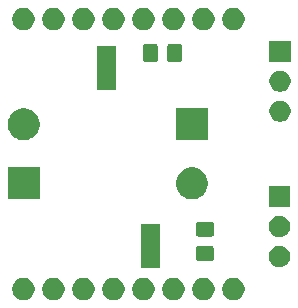
<source format=gbr>
G04 #@! TF.GenerationSoftware,KiCad,Pcbnew,(5.1.5)-3*
G04 #@! TF.CreationDate,2020-06-15T13:00:21-04:00*
G04 #@! TF.ProjectId,Wemo_Shield,57656d6f-5f53-4686-9965-6c642e6b6963,v1*
G04 #@! TF.SameCoordinates,Original*
G04 #@! TF.FileFunction,Soldermask,Bot*
G04 #@! TF.FilePolarity,Negative*
%FSLAX46Y46*%
G04 Gerber Fmt 4.6, Leading zero omitted, Abs format (unit mm)*
G04 Created by KiCad (PCBNEW (5.1.5)-3) date 2020-06-15 13:00:21*
%MOMM*%
%LPD*%
G04 APERTURE LIST*
%ADD10C,0.100000*%
G04 APERTURE END LIST*
D10*
G36*
X145997395Y-110307570D02*
G01*
X146170466Y-110379258D01*
X146170467Y-110379259D01*
X146326227Y-110483334D01*
X146458690Y-110615797D01*
X146458691Y-110615799D01*
X146562766Y-110771558D01*
X146634454Y-110944629D01*
X146671000Y-111128357D01*
X146671000Y-111315691D01*
X146634454Y-111499419D01*
X146562766Y-111672490D01*
X146562765Y-111672491D01*
X146458690Y-111828251D01*
X146326227Y-111960714D01*
X146247818Y-112013105D01*
X146170466Y-112064790D01*
X145997395Y-112136478D01*
X145813667Y-112173024D01*
X145626333Y-112173024D01*
X145442605Y-112136478D01*
X145269534Y-112064790D01*
X145192182Y-112013105D01*
X145113773Y-111960714D01*
X144981310Y-111828251D01*
X144877235Y-111672491D01*
X144877234Y-111672490D01*
X144805546Y-111499419D01*
X144769000Y-111315691D01*
X144769000Y-111128357D01*
X144805546Y-110944629D01*
X144877234Y-110771558D01*
X144981309Y-110615799D01*
X144981310Y-110615797D01*
X145113773Y-110483334D01*
X145269533Y-110379259D01*
X145269534Y-110379258D01*
X145442605Y-110307570D01*
X145626333Y-110271024D01*
X145813667Y-110271024D01*
X145997395Y-110307570D01*
G37*
G36*
X148537395Y-110307570D02*
G01*
X148710466Y-110379258D01*
X148710467Y-110379259D01*
X148866227Y-110483334D01*
X148998690Y-110615797D01*
X148998691Y-110615799D01*
X149102766Y-110771558D01*
X149174454Y-110944629D01*
X149211000Y-111128357D01*
X149211000Y-111315691D01*
X149174454Y-111499419D01*
X149102766Y-111672490D01*
X149102765Y-111672491D01*
X148998690Y-111828251D01*
X148866227Y-111960714D01*
X148787818Y-112013105D01*
X148710466Y-112064790D01*
X148537395Y-112136478D01*
X148353667Y-112173024D01*
X148166333Y-112173024D01*
X147982605Y-112136478D01*
X147809534Y-112064790D01*
X147732182Y-112013105D01*
X147653773Y-111960714D01*
X147521310Y-111828251D01*
X147417235Y-111672491D01*
X147417234Y-111672490D01*
X147345546Y-111499419D01*
X147309000Y-111315691D01*
X147309000Y-111128357D01*
X147345546Y-110944629D01*
X147417234Y-110771558D01*
X147521309Y-110615799D01*
X147521310Y-110615797D01*
X147653773Y-110483334D01*
X147809533Y-110379259D01*
X147809534Y-110379258D01*
X147982605Y-110307570D01*
X148166333Y-110271024D01*
X148353667Y-110271024D01*
X148537395Y-110307570D01*
G37*
G36*
X151077395Y-110307570D02*
G01*
X151250466Y-110379258D01*
X151250467Y-110379259D01*
X151406227Y-110483334D01*
X151538690Y-110615797D01*
X151538691Y-110615799D01*
X151642766Y-110771558D01*
X151714454Y-110944629D01*
X151751000Y-111128357D01*
X151751000Y-111315691D01*
X151714454Y-111499419D01*
X151642766Y-111672490D01*
X151642765Y-111672491D01*
X151538690Y-111828251D01*
X151406227Y-111960714D01*
X151327818Y-112013105D01*
X151250466Y-112064790D01*
X151077395Y-112136478D01*
X150893667Y-112173024D01*
X150706333Y-112173024D01*
X150522605Y-112136478D01*
X150349534Y-112064790D01*
X150272182Y-112013105D01*
X150193773Y-111960714D01*
X150061310Y-111828251D01*
X149957235Y-111672491D01*
X149957234Y-111672490D01*
X149885546Y-111499419D01*
X149849000Y-111315691D01*
X149849000Y-111128357D01*
X149885546Y-110944629D01*
X149957234Y-110771558D01*
X150061309Y-110615799D01*
X150061310Y-110615797D01*
X150193773Y-110483334D01*
X150349533Y-110379259D01*
X150349534Y-110379258D01*
X150522605Y-110307570D01*
X150706333Y-110271024D01*
X150893667Y-110271024D01*
X151077395Y-110307570D01*
G37*
G36*
X133297395Y-110307570D02*
G01*
X133470466Y-110379258D01*
X133470467Y-110379259D01*
X133626227Y-110483334D01*
X133758690Y-110615797D01*
X133758691Y-110615799D01*
X133862766Y-110771558D01*
X133934454Y-110944629D01*
X133971000Y-111128357D01*
X133971000Y-111315691D01*
X133934454Y-111499419D01*
X133862766Y-111672490D01*
X133862765Y-111672491D01*
X133758690Y-111828251D01*
X133626227Y-111960714D01*
X133547818Y-112013105D01*
X133470466Y-112064790D01*
X133297395Y-112136478D01*
X133113667Y-112173024D01*
X132926333Y-112173024D01*
X132742605Y-112136478D01*
X132569534Y-112064790D01*
X132492182Y-112013105D01*
X132413773Y-111960714D01*
X132281310Y-111828251D01*
X132177235Y-111672491D01*
X132177234Y-111672490D01*
X132105546Y-111499419D01*
X132069000Y-111315691D01*
X132069000Y-111128357D01*
X132105546Y-110944629D01*
X132177234Y-110771558D01*
X132281309Y-110615799D01*
X132281310Y-110615797D01*
X132413773Y-110483334D01*
X132569533Y-110379259D01*
X132569534Y-110379258D01*
X132742605Y-110307570D01*
X132926333Y-110271024D01*
X133113667Y-110271024D01*
X133297395Y-110307570D01*
G37*
G36*
X135837395Y-110307570D02*
G01*
X136010466Y-110379258D01*
X136010467Y-110379259D01*
X136166227Y-110483334D01*
X136298690Y-110615797D01*
X136298691Y-110615799D01*
X136402766Y-110771558D01*
X136474454Y-110944629D01*
X136511000Y-111128357D01*
X136511000Y-111315691D01*
X136474454Y-111499419D01*
X136402766Y-111672490D01*
X136402765Y-111672491D01*
X136298690Y-111828251D01*
X136166227Y-111960714D01*
X136087818Y-112013105D01*
X136010466Y-112064790D01*
X135837395Y-112136478D01*
X135653667Y-112173024D01*
X135466333Y-112173024D01*
X135282605Y-112136478D01*
X135109534Y-112064790D01*
X135032182Y-112013105D01*
X134953773Y-111960714D01*
X134821310Y-111828251D01*
X134717235Y-111672491D01*
X134717234Y-111672490D01*
X134645546Y-111499419D01*
X134609000Y-111315691D01*
X134609000Y-111128357D01*
X134645546Y-110944629D01*
X134717234Y-110771558D01*
X134821309Y-110615799D01*
X134821310Y-110615797D01*
X134953773Y-110483334D01*
X135109533Y-110379259D01*
X135109534Y-110379258D01*
X135282605Y-110307570D01*
X135466333Y-110271024D01*
X135653667Y-110271024D01*
X135837395Y-110307570D01*
G37*
G36*
X138377395Y-110307570D02*
G01*
X138550466Y-110379258D01*
X138550467Y-110379259D01*
X138706227Y-110483334D01*
X138838690Y-110615797D01*
X138838691Y-110615799D01*
X138942766Y-110771558D01*
X139014454Y-110944629D01*
X139051000Y-111128357D01*
X139051000Y-111315691D01*
X139014454Y-111499419D01*
X138942766Y-111672490D01*
X138942765Y-111672491D01*
X138838690Y-111828251D01*
X138706227Y-111960714D01*
X138627818Y-112013105D01*
X138550466Y-112064790D01*
X138377395Y-112136478D01*
X138193667Y-112173024D01*
X138006333Y-112173024D01*
X137822605Y-112136478D01*
X137649534Y-112064790D01*
X137572182Y-112013105D01*
X137493773Y-111960714D01*
X137361310Y-111828251D01*
X137257235Y-111672491D01*
X137257234Y-111672490D01*
X137185546Y-111499419D01*
X137149000Y-111315691D01*
X137149000Y-111128357D01*
X137185546Y-110944629D01*
X137257234Y-110771558D01*
X137361309Y-110615799D01*
X137361310Y-110615797D01*
X137493773Y-110483334D01*
X137649533Y-110379259D01*
X137649534Y-110379258D01*
X137822605Y-110307570D01*
X138006333Y-110271024D01*
X138193667Y-110271024D01*
X138377395Y-110307570D01*
G37*
G36*
X140917395Y-110307570D02*
G01*
X141090466Y-110379258D01*
X141090467Y-110379259D01*
X141246227Y-110483334D01*
X141378690Y-110615797D01*
X141378691Y-110615799D01*
X141482766Y-110771558D01*
X141554454Y-110944629D01*
X141591000Y-111128357D01*
X141591000Y-111315691D01*
X141554454Y-111499419D01*
X141482766Y-111672490D01*
X141482765Y-111672491D01*
X141378690Y-111828251D01*
X141246227Y-111960714D01*
X141167818Y-112013105D01*
X141090466Y-112064790D01*
X140917395Y-112136478D01*
X140733667Y-112173024D01*
X140546333Y-112173024D01*
X140362605Y-112136478D01*
X140189534Y-112064790D01*
X140112182Y-112013105D01*
X140033773Y-111960714D01*
X139901310Y-111828251D01*
X139797235Y-111672491D01*
X139797234Y-111672490D01*
X139725546Y-111499419D01*
X139689000Y-111315691D01*
X139689000Y-111128357D01*
X139725546Y-110944629D01*
X139797234Y-110771558D01*
X139901309Y-110615799D01*
X139901310Y-110615797D01*
X140033773Y-110483334D01*
X140189533Y-110379259D01*
X140189534Y-110379258D01*
X140362605Y-110307570D01*
X140546333Y-110271024D01*
X140733667Y-110271024D01*
X140917395Y-110307570D01*
G37*
G36*
X143457395Y-110307570D02*
G01*
X143630466Y-110379258D01*
X143630467Y-110379259D01*
X143786227Y-110483334D01*
X143918690Y-110615797D01*
X143918691Y-110615799D01*
X144022766Y-110771558D01*
X144094454Y-110944629D01*
X144131000Y-111128357D01*
X144131000Y-111315691D01*
X144094454Y-111499419D01*
X144022766Y-111672490D01*
X144022765Y-111672491D01*
X143918690Y-111828251D01*
X143786227Y-111960714D01*
X143707818Y-112013105D01*
X143630466Y-112064790D01*
X143457395Y-112136478D01*
X143273667Y-112173024D01*
X143086333Y-112173024D01*
X142902605Y-112136478D01*
X142729534Y-112064790D01*
X142652182Y-112013105D01*
X142573773Y-111960714D01*
X142441310Y-111828251D01*
X142337235Y-111672491D01*
X142337234Y-111672490D01*
X142265546Y-111499419D01*
X142229000Y-111315691D01*
X142229000Y-111128357D01*
X142265546Y-110944629D01*
X142337234Y-110771558D01*
X142441309Y-110615799D01*
X142441310Y-110615797D01*
X142573773Y-110483334D01*
X142729533Y-110379259D01*
X142729534Y-110379258D01*
X142902605Y-110307570D01*
X143086333Y-110271024D01*
X143273667Y-110271024D01*
X143457395Y-110307570D01*
G37*
G36*
X144576000Y-109426000D02*
G01*
X142974000Y-109426000D01*
X142974000Y-105724000D01*
X144576000Y-105724000D01*
X144576000Y-109426000D01*
G37*
G36*
X154813512Y-107583927D02*
G01*
X154962812Y-107613624D01*
X155126784Y-107681544D01*
X155274354Y-107780147D01*
X155399853Y-107905646D01*
X155498456Y-108053216D01*
X155566376Y-108217188D01*
X155601000Y-108391259D01*
X155601000Y-108568741D01*
X155566376Y-108742812D01*
X155498456Y-108906784D01*
X155399853Y-109054354D01*
X155274354Y-109179853D01*
X155126784Y-109278456D01*
X154962812Y-109346376D01*
X154813512Y-109376073D01*
X154788742Y-109381000D01*
X154611258Y-109381000D01*
X154586488Y-109376073D01*
X154437188Y-109346376D01*
X154273216Y-109278456D01*
X154125646Y-109179853D01*
X154000147Y-109054354D01*
X153901544Y-108906784D01*
X153833624Y-108742812D01*
X153799000Y-108568741D01*
X153799000Y-108391259D01*
X153833624Y-108217188D01*
X153901544Y-108053216D01*
X154000147Y-107905646D01*
X154125646Y-107780147D01*
X154273216Y-107681544D01*
X154437188Y-107613624D01*
X154586488Y-107583927D01*
X154611258Y-107579000D01*
X154788742Y-107579000D01*
X154813512Y-107583927D01*
G37*
G36*
X148988674Y-107603465D02*
G01*
X149026367Y-107614899D01*
X149061103Y-107633466D01*
X149091548Y-107658452D01*
X149116534Y-107688897D01*
X149135101Y-107723633D01*
X149146535Y-107761326D01*
X149151000Y-107806661D01*
X149151000Y-108643339D01*
X149146535Y-108688674D01*
X149135101Y-108726367D01*
X149116534Y-108761103D01*
X149091548Y-108791548D01*
X149061103Y-108816534D01*
X149026367Y-108835101D01*
X148988674Y-108846535D01*
X148943339Y-108851000D01*
X147856661Y-108851000D01*
X147811326Y-108846535D01*
X147773633Y-108835101D01*
X147738897Y-108816534D01*
X147708452Y-108791548D01*
X147683466Y-108761103D01*
X147664899Y-108726367D01*
X147653465Y-108688674D01*
X147649000Y-108643339D01*
X147649000Y-107806661D01*
X147653465Y-107761326D01*
X147664899Y-107723633D01*
X147683466Y-107688897D01*
X147708452Y-107658452D01*
X147738897Y-107633466D01*
X147773633Y-107614899D01*
X147811326Y-107603465D01*
X147856661Y-107599000D01*
X148943339Y-107599000D01*
X148988674Y-107603465D01*
G37*
G36*
X154813512Y-105043927D02*
G01*
X154962812Y-105073624D01*
X155126784Y-105141544D01*
X155274354Y-105240147D01*
X155399853Y-105365646D01*
X155498456Y-105513216D01*
X155566376Y-105677188D01*
X155601000Y-105851259D01*
X155601000Y-106028741D01*
X155566376Y-106202812D01*
X155498456Y-106366784D01*
X155399853Y-106514354D01*
X155274354Y-106639853D01*
X155126784Y-106738456D01*
X154962812Y-106806376D01*
X154813512Y-106836073D01*
X154788742Y-106841000D01*
X154611258Y-106841000D01*
X154586488Y-106836073D01*
X154437188Y-106806376D01*
X154273216Y-106738456D01*
X154125646Y-106639853D01*
X154000147Y-106514354D01*
X153901544Y-106366784D01*
X153833624Y-106202812D01*
X153799000Y-106028741D01*
X153799000Y-105851259D01*
X153833624Y-105677188D01*
X153901544Y-105513216D01*
X154000147Y-105365646D01*
X154125646Y-105240147D01*
X154273216Y-105141544D01*
X154437188Y-105073624D01*
X154586488Y-105043927D01*
X154611258Y-105039000D01*
X154788742Y-105039000D01*
X154813512Y-105043927D01*
G37*
G36*
X148988674Y-105553465D02*
G01*
X149026367Y-105564899D01*
X149061103Y-105583466D01*
X149091548Y-105608452D01*
X149116534Y-105638897D01*
X149135101Y-105673633D01*
X149146535Y-105711326D01*
X149151000Y-105756661D01*
X149151000Y-106593339D01*
X149146535Y-106638674D01*
X149135101Y-106676367D01*
X149116534Y-106711103D01*
X149091548Y-106741548D01*
X149061103Y-106766534D01*
X149026367Y-106785101D01*
X148988674Y-106796535D01*
X148943339Y-106801000D01*
X147856661Y-106801000D01*
X147811326Y-106796535D01*
X147773633Y-106785101D01*
X147738897Y-106766534D01*
X147708452Y-106741548D01*
X147683466Y-106711103D01*
X147664899Y-106676367D01*
X147653465Y-106638674D01*
X147649000Y-106593339D01*
X147649000Y-105756661D01*
X147653465Y-105711326D01*
X147664899Y-105673633D01*
X147683466Y-105638897D01*
X147708452Y-105608452D01*
X147738897Y-105583466D01*
X147773633Y-105564899D01*
X147811326Y-105553465D01*
X147856661Y-105549000D01*
X148943339Y-105549000D01*
X148988674Y-105553465D01*
G37*
G36*
X155601000Y-104301000D02*
G01*
X153799000Y-104301000D01*
X153799000Y-102499000D01*
X155601000Y-102499000D01*
X155601000Y-104301000D01*
G37*
G36*
X134401000Y-103642012D02*
G01*
X131699000Y-103642012D01*
X131699000Y-100940012D01*
X134401000Y-100940012D01*
X134401000Y-103642012D01*
G37*
G36*
X147694072Y-100991930D02*
G01*
X147939939Y-101093771D01*
X148161212Y-101241622D01*
X148349390Y-101429800D01*
X148497241Y-101651073D01*
X148599082Y-101896940D01*
X148651000Y-102157950D01*
X148651000Y-102424074D01*
X148599082Y-102685084D01*
X148497241Y-102930951D01*
X148349390Y-103152224D01*
X148161212Y-103340402D01*
X147939939Y-103488253D01*
X147939938Y-103488254D01*
X147939937Y-103488254D01*
X147694072Y-103590094D01*
X147433063Y-103642012D01*
X147166937Y-103642012D01*
X146905928Y-103590094D01*
X146660063Y-103488254D01*
X146660062Y-103488254D01*
X146660061Y-103488253D01*
X146438788Y-103340402D01*
X146250610Y-103152224D01*
X146102759Y-102930951D01*
X146000918Y-102685084D01*
X145949000Y-102424074D01*
X145949000Y-102157950D01*
X146000918Y-101896940D01*
X146102759Y-101651073D01*
X146250610Y-101429800D01*
X146438788Y-101241622D01*
X146660061Y-101093771D01*
X146905928Y-100991930D01*
X147166937Y-100940012D01*
X147433063Y-100940012D01*
X147694072Y-100991930D01*
G37*
G36*
X133444072Y-95991930D02*
G01*
X133683875Y-96091259D01*
X133689939Y-96093771D01*
X133801328Y-96168199D01*
X133911211Y-96241621D01*
X134099391Y-96429801D01*
X134247242Y-96651075D01*
X134349082Y-96896940D01*
X134378807Y-97046375D01*
X134401000Y-97157950D01*
X134401000Y-97424074D01*
X134349082Y-97685084D01*
X134247241Y-97930951D01*
X134099390Y-98152224D01*
X133911212Y-98340402D01*
X133689939Y-98488253D01*
X133689938Y-98488254D01*
X133689937Y-98488254D01*
X133444072Y-98590094D01*
X133183063Y-98642012D01*
X132916937Y-98642012D01*
X132655928Y-98590094D01*
X132410063Y-98488254D01*
X132410062Y-98488254D01*
X132410061Y-98488253D01*
X132188788Y-98340402D01*
X132000610Y-98152224D01*
X131852759Y-97930951D01*
X131750918Y-97685084D01*
X131699000Y-97424074D01*
X131699000Y-97157950D01*
X131721194Y-97046375D01*
X131750918Y-96896940D01*
X131852758Y-96651075D01*
X132000609Y-96429801D01*
X132188789Y-96241621D01*
X132298672Y-96168199D01*
X132410061Y-96093771D01*
X132416126Y-96091259D01*
X132655928Y-95991930D01*
X132916937Y-95940012D01*
X133183063Y-95940012D01*
X133444072Y-95991930D01*
G37*
G36*
X148651000Y-98642012D02*
G01*
X145949000Y-98642012D01*
X145949000Y-95940012D01*
X148651000Y-95940012D01*
X148651000Y-98642012D01*
G37*
G36*
X154863512Y-95283927D02*
G01*
X155012812Y-95313624D01*
X155176784Y-95381544D01*
X155324354Y-95480147D01*
X155449853Y-95605646D01*
X155548456Y-95753216D01*
X155616376Y-95917188D01*
X155651000Y-96091259D01*
X155651000Y-96268741D01*
X155616376Y-96442812D01*
X155548456Y-96606784D01*
X155449853Y-96754354D01*
X155324354Y-96879853D01*
X155176784Y-96978456D01*
X155012812Y-97046376D01*
X154863512Y-97076073D01*
X154838742Y-97081000D01*
X154661258Y-97081000D01*
X154636488Y-97076073D01*
X154487188Y-97046376D01*
X154323216Y-96978456D01*
X154175646Y-96879853D01*
X154050147Y-96754354D01*
X153951544Y-96606784D01*
X153883624Y-96442812D01*
X153849000Y-96268741D01*
X153849000Y-96091259D01*
X153883624Y-95917188D01*
X153951544Y-95753216D01*
X154050147Y-95605646D01*
X154175646Y-95480147D01*
X154323216Y-95381544D01*
X154487188Y-95313624D01*
X154636488Y-95283927D01*
X154661258Y-95279000D01*
X154838742Y-95279000D01*
X154863512Y-95283927D01*
G37*
G36*
X154863512Y-92743927D02*
G01*
X155012812Y-92773624D01*
X155176784Y-92841544D01*
X155324354Y-92940147D01*
X155449853Y-93065646D01*
X155548456Y-93213216D01*
X155616376Y-93377188D01*
X155651000Y-93551259D01*
X155651000Y-93728741D01*
X155616376Y-93902812D01*
X155548456Y-94066784D01*
X155449853Y-94214354D01*
X155324354Y-94339853D01*
X155176784Y-94438456D01*
X155012812Y-94506376D01*
X154863512Y-94536073D01*
X154838742Y-94541000D01*
X154661258Y-94541000D01*
X154636488Y-94536073D01*
X154487188Y-94506376D01*
X154323216Y-94438456D01*
X154175646Y-94339853D01*
X154050147Y-94214354D01*
X153951544Y-94066784D01*
X153883624Y-93902812D01*
X153849000Y-93728741D01*
X153849000Y-93551259D01*
X153883624Y-93377188D01*
X153951544Y-93213216D01*
X154050147Y-93065646D01*
X154175646Y-92940147D01*
X154323216Y-92841544D01*
X154487188Y-92773624D01*
X154636488Y-92743927D01*
X154661258Y-92739000D01*
X154838742Y-92739000D01*
X154863512Y-92743927D01*
G37*
G36*
X140876000Y-94401000D02*
G01*
X139274000Y-94401000D01*
X139274000Y-90699000D01*
X140876000Y-90699000D01*
X140876000Y-94401000D01*
G37*
G36*
X144238674Y-90503465D02*
G01*
X144276367Y-90514899D01*
X144311103Y-90533466D01*
X144341548Y-90558452D01*
X144366534Y-90588897D01*
X144385101Y-90623633D01*
X144396535Y-90661326D01*
X144401000Y-90706661D01*
X144401000Y-91793339D01*
X144396535Y-91838674D01*
X144385101Y-91876367D01*
X144366534Y-91911103D01*
X144341548Y-91941548D01*
X144311103Y-91966534D01*
X144276367Y-91985101D01*
X144238674Y-91996535D01*
X144193339Y-92001000D01*
X143356661Y-92001000D01*
X143311326Y-91996535D01*
X143273633Y-91985101D01*
X143238897Y-91966534D01*
X143208452Y-91941548D01*
X143183466Y-91911103D01*
X143164899Y-91876367D01*
X143153465Y-91838674D01*
X143149000Y-91793339D01*
X143149000Y-90706661D01*
X143153465Y-90661326D01*
X143164899Y-90623633D01*
X143183466Y-90588897D01*
X143208452Y-90558452D01*
X143238897Y-90533466D01*
X143273633Y-90514899D01*
X143311326Y-90503465D01*
X143356661Y-90499000D01*
X144193339Y-90499000D01*
X144238674Y-90503465D01*
G37*
G36*
X146288674Y-90503465D02*
G01*
X146326367Y-90514899D01*
X146361103Y-90533466D01*
X146391548Y-90558452D01*
X146416534Y-90588897D01*
X146435101Y-90623633D01*
X146446535Y-90661326D01*
X146451000Y-90706661D01*
X146451000Y-91793339D01*
X146446535Y-91838674D01*
X146435101Y-91876367D01*
X146416534Y-91911103D01*
X146391548Y-91941548D01*
X146361103Y-91966534D01*
X146326367Y-91985101D01*
X146288674Y-91996535D01*
X146243339Y-92001000D01*
X145406661Y-92001000D01*
X145361326Y-91996535D01*
X145323633Y-91985101D01*
X145288897Y-91966534D01*
X145258452Y-91941548D01*
X145233466Y-91911103D01*
X145214899Y-91876367D01*
X145203465Y-91838674D01*
X145199000Y-91793339D01*
X145199000Y-90706661D01*
X145203465Y-90661326D01*
X145214899Y-90623633D01*
X145233466Y-90588897D01*
X145258452Y-90558452D01*
X145288897Y-90533466D01*
X145323633Y-90514899D01*
X145361326Y-90503465D01*
X145406661Y-90499000D01*
X146243339Y-90499000D01*
X146288674Y-90503465D01*
G37*
G36*
X155651000Y-92001000D02*
G01*
X153849000Y-92001000D01*
X153849000Y-90199000D01*
X155651000Y-90199000D01*
X155651000Y-92001000D01*
G37*
G36*
X138377395Y-87447570D02*
G01*
X138550466Y-87519258D01*
X138550467Y-87519259D01*
X138706227Y-87623334D01*
X138838690Y-87755797D01*
X138838691Y-87755799D01*
X138942766Y-87911558D01*
X139014454Y-88084629D01*
X139051000Y-88268357D01*
X139051000Y-88455691D01*
X139014454Y-88639419D01*
X138942766Y-88812490D01*
X138942765Y-88812491D01*
X138838690Y-88968251D01*
X138706227Y-89100714D01*
X138627818Y-89153105D01*
X138550466Y-89204790D01*
X138377395Y-89276478D01*
X138193667Y-89313024D01*
X138006333Y-89313024D01*
X137822605Y-89276478D01*
X137649534Y-89204790D01*
X137572182Y-89153105D01*
X137493773Y-89100714D01*
X137361310Y-88968251D01*
X137257235Y-88812491D01*
X137257234Y-88812490D01*
X137185546Y-88639419D01*
X137149000Y-88455691D01*
X137149000Y-88268357D01*
X137185546Y-88084629D01*
X137257234Y-87911558D01*
X137361309Y-87755799D01*
X137361310Y-87755797D01*
X137493773Y-87623334D01*
X137649533Y-87519259D01*
X137649534Y-87519258D01*
X137822605Y-87447570D01*
X138006333Y-87411024D01*
X138193667Y-87411024D01*
X138377395Y-87447570D01*
G37*
G36*
X133297395Y-87447570D02*
G01*
X133470466Y-87519258D01*
X133470467Y-87519259D01*
X133626227Y-87623334D01*
X133758690Y-87755797D01*
X133758691Y-87755799D01*
X133862766Y-87911558D01*
X133934454Y-88084629D01*
X133971000Y-88268357D01*
X133971000Y-88455691D01*
X133934454Y-88639419D01*
X133862766Y-88812490D01*
X133862765Y-88812491D01*
X133758690Y-88968251D01*
X133626227Y-89100714D01*
X133547818Y-89153105D01*
X133470466Y-89204790D01*
X133297395Y-89276478D01*
X133113667Y-89313024D01*
X132926333Y-89313024D01*
X132742605Y-89276478D01*
X132569534Y-89204790D01*
X132492182Y-89153105D01*
X132413773Y-89100714D01*
X132281310Y-88968251D01*
X132177235Y-88812491D01*
X132177234Y-88812490D01*
X132105546Y-88639419D01*
X132069000Y-88455691D01*
X132069000Y-88268357D01*
X132105546Y-88084629D01*
X132177234Y-87911558D01*
X132281309Y-87755799D01*
X132281310Y-87755797D01*
X132413773Y-87623334D01*
X132569533Y-87519259D01*
X132569534Y-87519258D01*
X132742605Y-87447570D01*
X132926333Y-87411024D01*
X133113667Y-87411024D01*
X133297395Y-87447570D01*
G37*
G36*
X135837395Y-87447570D02*
G01*
X136010466Y-87519258D01*
X136010467Y-87519259D01*
X136166227Y-87623334D01*
X136298690Y-87755797D01*
X136298691Y-87755799D01*
X136402766Y-87911558D01*
X136474454Y-88084629D01*
X136511000Y-88268357D01*
X136511000Y-88455691D01*
X136474454Y-88639419D01*
X136402766Y-88812490D01*
X136402765Y-88812491D01*
X136298690Y-88968251D01*
X136166227Y-89100714D01*
X136087818Y-89153105D01*
X136010466Y-89204790D01*
X135837395Y-89276478D01*
X135653667Y-89313024D01*
X135466333Y-89313024D01*
X135282605Y-89276478D01*
X135109534Y-89204790D01*
X135032182Y-89153105D01*
X134953773Y-89100714D01*
X134821310Y-88968251D01*
X134717235Y-88812491D01*
X134717234Y-88812490D01*
X134645546Y-88639419D01*
X134609000Y-88455691D01*
X134609000Y-88268357D01*
X134645546Y-88084629D01*
X134717234Y-87911558D01*
X134821309Y-87755799D01*
X134821310Y-87755797D01*
X134953773Y-87623334D01*
X135109533Y-87519259D01*
X135109534Y-87519258D01*
X135282605Y-87447570D01*
X135466333Y-87411024D01*
X135653667Y-87411024D01*
X135837395Y-87447570D01*
G37*
G36*
X140917395Y-87447570D02*
G01*
X141090466Y-87519258D01*
X141090467Y-87519259D01*
X141246227Y-87623334D01*
X141378690Y-87755797D01*
X141378691Y-87755799D01*
X141482766Y-87911558D01*
X141554454Y-88084629D01*
X141591000Y-88268357D01*
X141591000Y-88455691D01*
X141554454Y-88639419D01*
X141482766Y-88812490D01*
X141482765Y-88812491D01*
X141378690Y-88968251D01*
X141246227Y-89100714D01*
X141167818Y-89153105D01*
X141090466Y-89204790D01*
X140917395Y-89276478D01*
X140733667Y-89313024D01*
X140546333Y-89313024D01*
X140362605Y-89276478D01*
X140189534Y-89204790D01*
X140112182Y-89153105D01*
X140033773Y-89100714D01*
X139901310Y-88968251D01*
X139797235Y-88812491D01*
X139797234Y-88812490D01*
X139725546Y-88639419D01*
X139689000Y-88455691D01*
X139689000Y-88268357D01*
X139725546Y-88084629D01*
X139797234Y-87911558D01*
X139901309Y-87755799D01*
X139901310Y-87755797D01*
X140033773Y-87623334D01*
X140189533Y-87519259D01*
X140189534Y-87519258D01*
X140362605Y-87447570D01*
X140546333Y-87411024D01*
X140733667Y-87411024D01*
X140917395Y-87447570D01*
G37*
G36*
X143457395Y-87447570D02*
G01*
X143630466Y-87519258D01*
X143630467Y-87519259D01*
X143786227Y-87623334D01*
X143918690Y-87755797D01*
X143918691Y-87755799D01*
X144022766Y-87911558D01*
X144094454Y-88084629D01*
X144131000Y-88268357D01*
X144131000Y-88455691D01*
X144094454Y-88639419D01*
X144022766Y-88812490D01*
X144022765Y-88812491D01*
X143918690Y-88968251D01*
X143786227Y-89100714D01*
X143707818Y-89153105D01*
X143630466Y-89204790D01*
X143457395Y-89276478D01*
X143273667Y-89313024D01*
X143086333Y-89313024D01*
X142902605Y-89276478D01*
X142729534Y-89204790D01*
X142652182Y-89153105D01*
X142573773Y-89100714D01*
X142441310Y-88968251D01*
X142337235Y-88812491D01*
X142337234Y-88812490D01*
X142265546Y-88639419D01*
X142229000Y-88455691D01*
X142229000Y-88268357D01*
X142265546Y-88084629D01*
X142337234Y-87911558D01*
X142441309Y-87755799D01*
X142441310Y-87755797D01*
X142573773Y-87623334D01*
X142729533Y-87519259D01*
X142729534Y-87519258D01*
X142902605Y-87447570D01*
X143086333Y-87411024D01*
X143273667Y-87411024D01*
X143457395Y-87447570D01*
G37*
G36*
X145997395Y-87447570D02*
G01*
X146170466Y-87519258D01*
X146170467Y-87519259D01*
X146326227Y-87623334D01*
X146458690Y-87755797D01*
X146458691Y-87755799D01*
X146562766Y-87911558D01*
X146634454Y-88084629D01*
X146671000Y-88268357D01*
X146671000Y-88455691D01*
X146634454Y-88639419D01*
X146562766Y-88812490D01*
X146562765Y-88812491D01*
X146458690Y-88968251D01*
X146326227Y-89100714D01*
X146247818Y-89153105D01*
X146170466Y-89204790D01*
X145997395Y-89276478D01*
X145813667Y-89313024D01*
X145626333Y-89313024D01*
X145442605Y-89276478D01*
X145269534Y-89204790D01*
X145192182Y-89153105D01*
X145113773Y-89100714D01*
X144981310Y-88968251D01*
X144877235Y-88812491D01*
X144877234Y-88812490D01*
X144805546Y-88639419D01*
X144769000Y-88455691D01*
X144769000Y-88268357D01*
X144805546Y-88084629D01*
X144877234Y-87911558D01*
X144981309Y-87755799D01*
X144981310Y-87755797D01*
X145113773Y-87623334D01*
X145269533Y-87519259D01*
X145269534Y-87519258D01*
X145442605Y-87447570D01*
X145626333Y-87411024D01*
X145813667Y-87411024D01*
X145997395Y-87447570D01*
G37*
G36*
X148537395Y-87447570D02*
G01*
X148710466Y-87519258D01*
X148710467Y-87519259D01*
X148866227Y-87623334D01*
X148998690Y-87755797D01*
X148998691Y-87755799D01*
X149102766Y-87911558D01*
X149174454Y-88084629D01*
X149211000Y-88268357D01*
X149211000Y-88455691D01*
X149174454Y-88639419D01*
X149102766Y-88812490D01*
X149102765Y-88812491D01*
X148998690Y-88968251D01*
X148866227Y-89100714D01*
X148787818Y-89153105D01*
X148710466Y-89204790D01*
X148537395Y-89276478D01*
X148353667Y-89313024D01*
X148166333Y-89313024D01*
X147982605Y-89276478D01*
X147809534Y-89204790D01*
X147732182Y-89153105D01*
X147653773Y-89100714D01*
X147521310Y-88968251D01*
X147417235Y-88812491D01*
X147417234Y-88812490D01*
X147345546Y-88639419D01*
X147309000Y-88455691D01*
X147309000Y-88268357D01*
X147345546Y-88084629D01*
X147417234Y-87911558D01*
X147521309Y-87755799D01*
X147521310Y-87755797D01*
X147653773Y-87623334D01*
X147809533Y-87519259D01*
X147809534Y-87519258D01*
X147982605Y-87447570D01*
X148166333Y-87411024D01*
X148353667Y-87411024D01*
X148537395Y-87447570D01*
G37*
G36*
X151077395Y-87447570D02*
G01*
X151250466Y-87519258D01*
X151250467Y-87519259D01*
X151406227Y-87623334D01*
X151538690Y-87755797D01*
X151538691Y-87755799D01*
X151642766Y-87911558D01*
X151714454Y-88084629D01*
X151751000Y-88268357D01*
X151751000Y-88455691D01*
X151714454Y-88639419D01*
X151642766Y-88812490D01*
X151642765Y-88812491D01*
X151538690Y-88968251D01*
X151406227Y-89100714D01*
X151327818Y-89153105D01*
X151250466Y-89204790D01*
X151077395Y-89276478D01*
X150893667Y-89313024D01*
X150706333Y-89313024D01*
X150522605Y-89276478D01*
X150349534Y-89204790D01*
X150272182Y-89153105D01*
X150193773Y-89100714D01*
X150061310Y-88968251D01*
X149957235Y-88812491D01*
X149957234Y-88812490D01*
X149885546Y-88639419D01*
X149849000Y-88455691D01*
X149849000Y-88268357D01*
X149885546Y-88084629D01*
X149957234Y-87911558D01*
X150061309Y-87755799D01*
X150061310Y-87755797D01*
X150193773Y-87623334D01*
X150349533Y-87519259D01*
X150349534Y-87519258D01*
X150522605Y-87447570D01*
X150706333Y-87411024D01*
X150893667Y-87411024D01*
X151077395Y-87447570D01*
G37*
M02*

</source>
